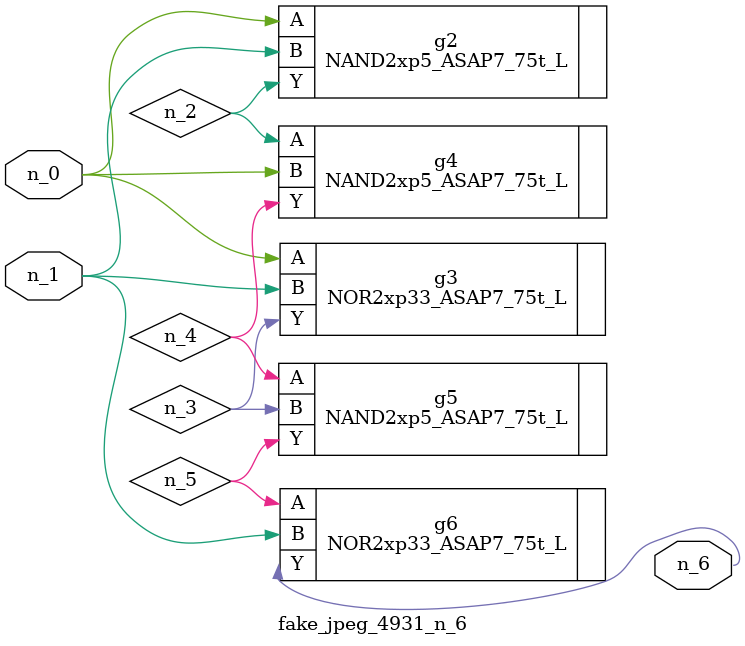
<source format=v>
module fake_jpeg_4931_n_6 (n_0, n_1, n_6);

input n_0;
input n_1;

output n_6;

wire n_3;
wire n_2;
wire n_4;
wire n_5;

NAND2xp5_ASAP7_75t_L g2 ( 
.A(n_0),
.B(n_1),
.Y(n_2)
);

NOR2xp33_ASAP7_75t_L g3 ( 
.A(n_0),
.B(n_1),
.Y(n_3)
);

NAND2xp5_ASAP7_75t_L g4 ( 
.A(n_2),
.B(n_0),
.Y(n_4)
);

NAND2xp5_ASAP7_75t_L g5 ( 
.A(n_4),
.B(n_3),
.Y(n_5)
);

NOR2xp33_ASAP7_75t_L g6 ( 
.A(n_5),
.B(n_1),
.Y(n_6)
);


endmodule
</source>
